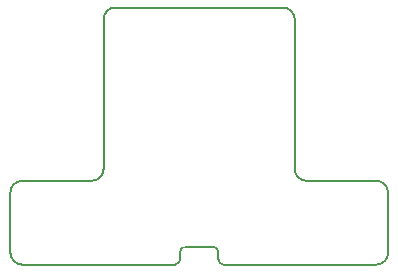
<source format=gm1>
G04 #@! TF.FileFunction,Profile,NP*
%FSLAX46Y46*%
G04 Gerber Fmt 4.6, Leading zero omitted, Abs format (unit mm)*
G04 Created by KiCad (PCBNEW 4.0.1-3.201512221402+6198~38~ubuntu15.04.1-stable) date Sun 14 Feb 2016 01:03:01 PM PST*
%MOMM*%
G01*
G04 APERTURE LIST*
%ADD10C,0.100000*%
%ADD11C,0.150000*%
G04 APERTURE END LIST*
D10*
D11*
X148115000Y-113100000D02*
G75*
G03X148565000Y-113550000I450000J0D01*
G01*
X148115000Y-112480000D02*
G75*
G03X147665000Y-112030000I-450000J0D01*
G01*
X145315000Y-112030000D02*
G75*
G03X144865000Y-112480000I0J-450000D01*
G01*
X144415000Y-113550000D02*
G75*
G03X144865000Y-113100000I0J450000D01*
G01*
X148115000Y-112480000D02*
X148115000Y-113100000D01*
X144865000Y-112480000D02*
X144865000Y-113100000D01*
X145315000Y-112030000D02*
X147665000Y-112030000D01*
X144415000Y-113550000D02*
X131500000Y-113550000D01*
X154570000Y-92780000D02*
G75*
G03X153570000Y-91780000I-1000000J0D01*
G01*
X139390000Y-91780000D02*
G75*
G03X138390000Y-92780000I0J-1000000D01*
G01*
X137390000Y-106450000D02*
G75*
G03X138390000Y-105450000I0J1000000D01*
G01*
X131500000Y-106450000D02*
G75*
G03X130500000Y-107450000I0J-1000000D01*
G01*
X130500000Y-112550000D02*
G75*
G03X131500000Y-113550000I1000000J0D01*
G01*
X161480000Y-113550000D02*
G75*
G03X162480000Y-112550000I0J1000000D01*
G01*
X162480000Y-107450000D02*
G75*
G03X161480000Y-106450000I-1000000J0D01*
G01*
X154570000Y-105450000D02*
G75*
G03X155570000Y-106450000I1000000J0D01*
G01*
X162480000Y-107450000D02*
X162480000Y-112550000D01*
X155570000Y-106450000D02*
X161480000Y-106450000D01*
X154570000Y-92790000D02*
X154570000Y-105450000D01*
X139390000Y-91780000D02*
X153570000Y-91780000D01*
X138390000Y-105450000D02*
X138390000Y-92780000D01*
X131500000Y-106450000D02*
X137390000Y-106450000D01*
X130500000Y-112550000D02*
X130500000Y-107450000D01*
X161480000Y-113550000D02*
X148565000Y-113550000D01*
M02*

</source>
